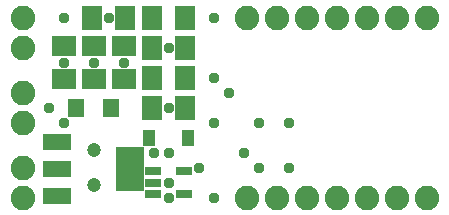
<source format=gbr>
G04 EAGLE Gerber RS-274X export*
G75*
%MOMM*%
%FSLAX34Y34*%
%LPD*%
%INSoldermask Top*%
%IPPOS*%
%AMOC8*
5,1,8,0,0,1.08239X$1,22.5*%
G01*
%ADD10R,1.113200X1.423200*%
%ADD11C,2.082800*%
%ADD12R,2.438400X1.422400*%
%ADD13R,2.403200X3.803200*%
%ADD14C,1.203200*%
%ADD15R,1.403200X0.753200*%
%ADD16R,1.403200X1.603200*%
%ADD17R,1.803200X2.003200*%
%ADD18R,2.003200X1.803200*%
%ADD19C,0.959600*%


D10*
X168775Y101600D03*
X136025Y101600D03*
D11*
X370840Y203200D03*
X345440Y203200D03*
X320040Y203200D03*
X294640Y203200D03*
X269240Y203200D03*
X243840Y203200D03*
X218440Y203200D03*
X370840Y50800D03*
X345440Y50800D03*
X320040Y50800D03*
X294640Y50800D03*
X269240Y50800D03*
X243840Y50800D03*
X218440Y50800D03*
X29210Y139700D03*
X29210Y114300D03*
X29210Y76200D03*
X29210Y50800D03*
D12*
X57912Y98044D03*
X57912Y74930D03*
X57912Y51816D03*
D13*
X119890Y74930D03*
D14*
X88900Y91200D03*
X88900Y61200D03*
D15*
X139399Y73000D03*
X139399Y63500D03*
X139399Y54000D03*
X165401Y54000D03*
X165401Y73000D03*
D16*
X73900Y127000D03*
X103900Y127000D03*
D17*
X166400Y177800D03*
X138400Y177800D03*
D11*
X29210Y203200D03*
X29210Y177800D03*
D17*
X166400Y152400D03*
X138400Y152400D03*
X166400Y203200D03*
X138400Y203200D03*
X115600Y203200D03*
X87600Y203200D03*
D18*
X114300Y151100D03*
X114300Y179100D03*
X88900Y151100D03*
X88900Y179100D03*
X63500Y151100D03*
X63500Y179100D03*
D17*
X138400Y127000D03*
X166400Y127000D03*
D19*
X190500Y203200D03*
X190500Y152400D03*
X101600Y203200D03*
X190500Y50800D03*
X152400Y63500D03*
X63500Y203200D03*
X50800Y127000D03*
X152400Y127000D03*
X190500Y114300D03*
X63500Y165100D03*
X152400Y50800D03*
X254000Y76200D03*
X254000Y114300D03*
X152400Y88900D03*
X215900Y88900D03*
X114300Y165100D03*
X203200Y139700D03*
X177800Y76200D03*
X228600Y76200D03*
X228600Y114300D03*
X88900Y165100D03*
X139700Y88900D03*
X63500Y114300D03*
X152400Y177800D03*
M02*

</source>
